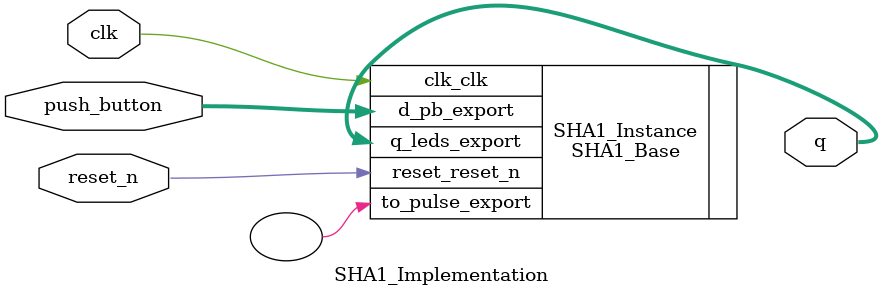
<source format=sv>
module SHA1_Implementation(	
	(* chip_pin = "M8"  *) input logic clk,
	(* chip_pin = "J21"  *) input logic reset_n,
	(* chip_pin = "H22, H21"  *) input logic [1:0] push_button,
	(* chip_pin = "C5, B4, A5, C4, B7, A6, C8, C7"*) output logic [7:0] q
	
	);

	SHA1_Base SHA1_Instance (
				.clk_clk(clk),
				.d_pb_export(push_button),
				.q_leds_export(q),
				.reset_reset_n(reset_n),
				.to_pulse_export()
			);



	
endmodule

</source>
